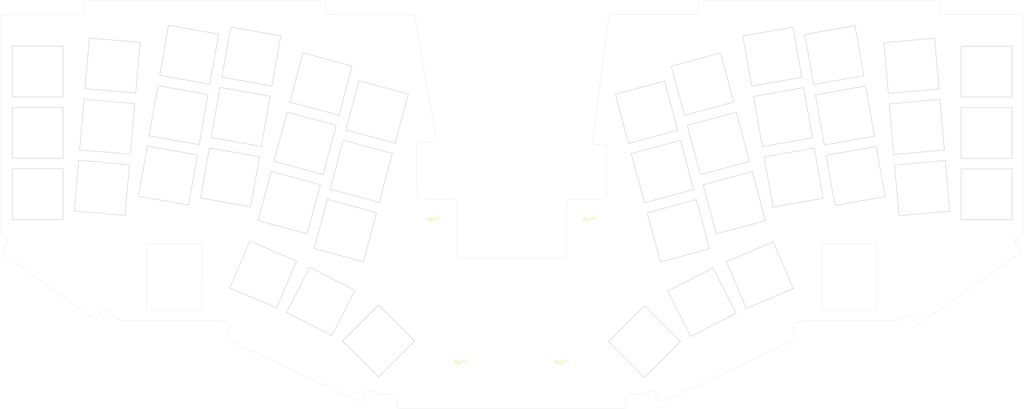
<source format=kicad_pcb>
(kicad_pcb (version 20241229) (generator "pcbnew") (generator_version "9.0")
  (layers (0 "F.Cu" signal) (2 "B.Cu" signal) (13 "F.Paste" user) (15 "B.Paste" user) (5 "F.SilkS" user "F.Silkscreen") (7 "B.SilkS" user "B.Silkscreen") (1 "F.Mask" user) (3 "B.Mask" user) (25 "Edge.Cuts" user))
  (net 0 "")
  (footprint "kicad-lib:SW_Hole_1u_17" (layer "F.Cu") (at 36.402092 64.802064 175)
    (property "Reference" "SW17" (hide yes))
    (property "Value" "SW_Push" (hide yes))
    (fp_line (start 7.025 -7.075) (end 7.025 7.025) (stroke (width 0.15)) (layer "Edge.Cuts"))
    (fp_line (start 7.025 7.025) (end -7.075 7.025) (stroke (width 0.15)) (layer "Edge.Cuts"))
    (fp_line (start -7.075 -7.075) (end 7.025 -7.075) (stroke (width 0.15)) (layer "Edge.Cuts"))
    (fp_line (start -7.075 7.025) (end -7.075 -7.075) (stroke (width 0.15)) (layer "Edge.Cuts"))
  )
  (footprint "kicad-lib:SW_Hole_1u_17" (layer "F.Cu") (at 194.63455 93.641738 -165)
    (property "Reference" "SW24" (hide yes))
    (property "Value" "SW_Push" (hide yes))
    (fp_line (start 7.025 7.025) (end -7.075 7.025) (stroke (width 0.15)) (layer "Edge.Cuts"))
    (fp_line (start 7.025 -7.075) (end 7.025 7.025) (stroke (width 0.15)) (layer "Edge.Cuts"))
    (fp_line (start -7.075 7.025) (end -7.075 -7.075) (stroke (width 0.15)) (layer "Edge.Cuts"))
    (fp_line (start -7.075 -7.075) (end 7.025 -7.075) (stroke (width 0.15)) (layer "Edge.Cuts"))
  )
  (footprint "kicad-lib:SW_Hole_1u_17" (layer "F.Cu") (at 240.796445 61.702374 -170)
    (property "Reference" "SW35" (hide yes))
    (property "Value" "SW_Push" (hide yes))
    (fp_line (start 7.025 7.025) (end -7.075 7.025) (stroke (width 0.15)) (layer "Edge.Cuts"))
    (fp_line (start 7.025 -7.075) (end 7.025 7.025) (stroke (width 0.15)) (layer "Edge.Cuts"))
    (fp_line (start -7.075 7.025) (end -7.075 -7.075) (stroke (width 0.15)) (layer "Edge.Cuts"))
    (fp_line (start -7.075 -7.075) (end 7.025 -7.075) (stroke (width 0.15)) (layer "Edge.Cuts"))
  )
  (footprint "kicad-lib:SW_Hole_1u_17" (layer "F.Cu") (at 262.182694 81.809278 -175)
    (property "Reference" "SW39" (hide yes))
    (property "Value" "SW_Push" (hide yes))
    (fp_line (start 7.025 7.025) (end -7.075 7.025) (stroke (width 0.15)) (layer "Edge.Cuts"))
    (fp_line (start 7.025 -7.075) (end 7.025 7.025) (stroke (width 0.15)) (layer "Edge.Cuts"))
    (fp_line (start -7.075 7.025) (end -7.075 -7.075) (stroke (width 0.15)) (layer "Edge.Cuts"))
    (fp_line (start -7.075 -7.075) (end 7.025 -7.075) (stroke (width 0.15)) (layer "Edge.Cuts"))
  )
  (footprint "kicad-lib:SW_Hole_1u_17" (layer "F.Cu") (at 220.659892 45.401401 -170)
    (property "Reference" "SW30" (hide yes))
    (property "Value" "SW_Push" (hide yes))
    (fp_line (start 7.025 7.025) (end -7.075 7.025) (stroke (width 0.15)) (layer "Edge.Cuts"))
    (fp_line (start 7.025 -7.075) (end 7.025 7.025) (stroke (width 0.15)) (layer "Edge.Cuts"))
    (fp_line (start -7.075 7.025) (end -7.075 -7.075) (stroke (width 0.15)) (layer "Edge.Cuts"))
    (fp_line (start -7.075 -7.075) (end 7.025 -7.075) (stroke (width 0.15)) (layer "Edge.Cuts"))
  )
  (footprint "kicad-lib:SW_Hole_1u_17" (layer "F.Cu") (at 59.159752 44.912889 -10)
    (property "Reference" "SW13" (hide yes))
    (property "Value" "SW_Push" (hide yes))
    (fp_line (start -7.075 7.025) (end -7.075 -7.075) (stroke (width 0.15)) (layer "Edge.Cuts"))
    (fp_line (start -7.075 -7.075) (end 7.025 -7.075) (stroke (width 0.15)) (layer "Edge.Cuts"))
    (fp_line (start 7.025 7.025) (end -7.075 7.025) (stroke (width 0.15)) (layer "Edge.Cuts"))
    (fp_line (start 7.025 -7.075) (end 7.025 7.025) (stroke (width 0.15)) (layer "Edge.Cuts"))
  )
  (footprint "kicad-lib:SW_Hole_1u_17" (layer "F.Cu") (at 79.629636 105.741602 157)
    (property "Reference" "SW12" (hide yes))
    (property "Value" "SW_Push" (hide yes))
    (fp_line (start 7.025 -7.075) (end 7.025 7.025) (stroke (width 0.15)) (layer "Edge.Cuts"))
    (fp_line (start 7.025 7.025) (end -7.075 7.025) (stroke (width 0.15)) (layer "Edge.Cuts"))
    (fp_line (start -7.075 -7.075) (end 7.025 -7.075) (stroke (width 0.15)) (layer "Edge.Cuts"))
    (fp_line (start -7.075 7.025) (end -7.075 -7.075) (stroke (width 0.15)) (layer "Edge.Cuts"))
  )
  (footprint "kicad-lib:SW_Hole_1u_17" (layer "F.Cu") (at 243.748464 78.444105 -170)
    (property "Reference" "SW36" (hide yes))
    (property "Value" "SW_Push" (hide yes))
    (fp_line (start 7.025 7.025) (end -7.075 7.025) (stroke (width 0.15)) (layer "Edge.Cuts"))
    (fp_line (start 7.025 -7.075) (end 7.025 7.025) (stroke (width 0.15)) (layer "Edge.Cuts"))
    (fp_line (start -7.075 7.025) (end -7.075 -7.075) (stroke (width 0.15)) (layer "Edge.Cuts"))
    (fp_line (start -7.075 -7.075) (end 7.025 -7.075) (stroke (width 0.15)) (layer "Edge.Cuts"))
  )
  (footprint "kicad-lib:SW_Hole_1u_17" (layer "F.Cu") (at 259.219399 47.938658 -175)
    (property "Reference" "SW37" (hide yes))
    (property "Value" "SW_Push" (hide yes))
    (fp_line (start 7.025 7.025) (end -7.075 7.025) (stroke (width 0.15)) (layer "Edge.Cuts"))
    (fp_line (start 7.025 -7.075) (end 7.025 7.025) (stroke (width 0.15)) (layer "Edge.Cuts"))
    (fp_line (start -7.075 7.025) (end -7.075 -7.075) (stroke (width 0.15)) (layer "Edge.Cuts"))
    (fp_line (start -7.075 -7.075) (end 7.025 -7.075) (stroke (width 0.15)) (layer "Edge.Cuts"))
  )
  (footprint "kicad-lib:SW_Hole_1u_17" (layer "F.Cu") (at 86.828443 85.828565 165)
    (property "Reference" "SW7" (hide yes))
    (property "Value" "SW_Push" (hide yes))
    (fp_line (start 7.025 -7.075) (end 7.025 7.025) (stroke (width 0.15)) (layer "Edge.Cuts"))
    (fp_line (start 7.025 7.025) (end -7.075 7.025) (stroke (width 0.15)) (layer "Edge.Cuts"))
    (fp_line (start -7.075 -7.075) (end 7.025 -7.075) (stroke (width 0.15)) (layer "Edge.Cuts"))
    (fp_line (start -7.075 7.025) (end -7.075 -7.075) (stroke (width 0.15)) (layer "Edge.Cuts"))
  )
  (footprint "kicad-lib:SW_Hole_1u_17" (layer "F.Cu") (at 280 66.55 180)
    (property "Reference" "SW41" (hide yes))
    (property "Value" "SW_Push" (hide yes))
    (fp_line (start 7.025 7.025) (end -7.075 7.025) (stroke (width 0.15)) (layer "Edge.Cuts"))
    (fp_line (start 7.025 -7.075) (end 7.025 7.025) (stroke (width 0.15)) (layer "Edge.Cuts"))
    (fp_line (start -7.075 7.025) (end -7.075 -7.075) (stroke (width 0.15)) (layer "Edge.Cuts"))
    (fp_line (start -7.075 -7.075) (end 7.025 -7.075) (stroke (width 0.15)) (layer "Edge.Cuts"))
  )
  (footprint "kicad-lib:SW_Hole_1u_17" (layer "F.Cu") (at 111.184037 60.729085 165)
    (property "Reference" "SW1" (hide yes))
    (property "Value" "SW_Push" (hide yes))
    (fp_line (start 7.025 -7.075) (end 7.025 7.025) (stroke (width 0.15)) (layer "Edge.Cuts"))
    (fp_line (start 7.025 7.025) (end -7.075 7.025) (stroke (width 0.15)) (layer "Edge.Cuts"))
    (fp_line (start -7.075 -7.075) (end 7.025 -7.075) (stroke (width 0.15)) (layer "Edge.Cuts"))
    (fp_line (start -7.075 7.025) (end -7.075 -7.075) (stroke (width 0.15)) (layer "Edge.Cuts"))
  )
  (footprint "kicad-lib:SW_Hole_1u_17" (layer "F.Cu") (at 73.392267 62.09538 170)
    (property "Reference" "SW10" (hide yes))
    (property "Value" "SW_Push" (hide yes))
    (fp_line (start 7.025 -7.075) (end 7.025 7.025) (stroke (width 0.15)) (layer "Edge.Cuts"))
    (fp_line (start 7.025 7.025) (end -7.075 7.025) (stroke (width 0.15)) (layer "Edge.Cuts"))
    (fp_line (start -7.075 -7.075) (end 7.025 -7.075) (stroke (width 0.15)) (layer "Edge.Cuts"))
    (fp_line (start -7.075 7.025) (end -7.075 -7.075) (stroke (width 0.15)) (layer "Edge.Cuts"))
  )
  (footprint "kicad-lib:SW_Hole_1u_17" (layer "F.Cu") (at 185.242242 124.358398 -135)
    (property "Reference" "SW25" (hide yes))
    (property "Value" "SW_Push" (hide yes))
    (fp_line (start 7.025 7.025) (end -7.075 7.025001) (stroke (width 0.15)) (layer "Edge.Cuts"))
    (fp_line (start -7.075 7.025001) (end -7.075 -7.075) (stroke (width 0.15)) (layer "Edge.Cuts"))
    (fp_line (start 7.025001 -7.075) (end 7.025 7.025) (stroke (width 0.15)) (layer "Edge.Cuts"))
    (fp_line (start -7.075 -7.075) (end 7.025001 -7.075) (stroke (width 0.15)) (layer "Edge.Cuts"))
  )
  (footprint "kicad-lib:SW_Hole_1u_17" (layer "F.Cu") (at 102.38419 93.570563 165)
    (property "Reference" "SW3" (hide yes))
    (property "Value" "SW_Push" (hide yes))
    (fp_line (start 7.025 -7.075) (end 7.025 7.025) (stroke (width 0.15)) (layer "Edge.Cuts"))
    (fp_line (start 7.025 7.025) (end -7.075 7.025) (stroke (width 0.15)) (layer "Edge.Cuts"))
    (fp_line (start -7.075 -7.075) (end 7.025 -7.075) (stroke (width 0.15)) (layer "Edge.Cuts"))
    (fp_line (start -7.075 7.025) (end -7.075 -7.075) (stroke (width 0.15)) (layer "Edge.Cuts"))
  )
  (footprint "kicad-lib:SW_Hole_1u_17" (layer "F.Cu") (at 17.2 83.55)
    (property "Reference" "SW21" (hide yes))
    (property "Value" "SW_Push" (hide yes))
    (fp_line (start -7.075 -7.075) (end 7.025 -7.075) (stroke (width 0.15)) (layer "Edge.Cuts"))
    (fp_line (start -7.075 7.025) (end -7.075 -7.075) (stroke (width 0.15)) (layer "Edge.Cuts"))
    (fp_line (start 7.025 -7.075) (end 7.025 7.025) (stroke (width 0.15)) (layer "Edge.Cuts"))
    (fp_line (start 7.025 7.025) (end -7.075 7.025) (stroke (width 0.15)) (layer "Edge.Cuts"))
  )
  (footprint "kicad-lib:SW_Hole_1u_17" (layer "F.Cu") (at 106.784115 77.149824 165)
    (property "Reference" "SW2" (hide yes))
    (property "Value" "SW_Push" (hide yes))
    (fp_line (start 7.025 -7.075) (end 7.025 7.025) (stroke (width 0.15)) (layer "Edge.Cuts"))
    (fp_line (start 7.025 7.025) (end -7.075 7.025) (stroke (width 0.15)) (layer "Edge.Cuts"))
    (fp_line (start -7.075 -7.075) (end 7.025 -7.075) (stroke (width 0.15)) (layer "Edge.Cuts"))
    (fp_line (start -7.075 7.025) (end -7.075 -7.075) (stroke (width 0.15)) (layer "Edge.Cuts"))
  )
  (footprint "kicad-lib:SW_Hole_1u_17" (layer "F.Cu") (at 210.190297 85.89974 15)
    (property "Reference" "SW28" (hide yes))
    (property "Value" "SW_Push" (hide yes))
    (fp_line (start -7.075 -7.075) (end 7.025 -7.075) (stroke (width 0.15)) (layer "Edge.Cuts"))
    (fp_line (start -7.075 7.025) (end -7.075 -7.075) (stroke (width 0.15)) (layer "Edge.Cuts"))
    (fp_line (start 7.025 -7.075) (end 7.025 7.025) (stroke (width 0.15)) (layer "Edge.Cuts"))
    (fp_line (start 7.025 7.025) (end -7.075 7.025) (stroke (width 0.15)) (layer "Edge.Cuts"))
  )
  (footprint "MountingHole:MountingHole_3.2mm_M3" (layer "F.Cu") (at 126.9 94.75)
    (property "Reference" "Ref**" (at 0 -4.2 0) (layer "F.SilkS"))
    (property "Value" "Val**")
    (pad "" np_thru_hole circle (at 0 0) (size 3.2 3.2) (drill 3.2) (layers "*.Cu" "*.Mask"))
  )
  (footprint "kicad-lib:SW_Hole_1u_17" (layer "F.Cu") (at 226.56393 78.884865 -170)
    (property "Reference" "SW32" (hide yes))
    (property "Value" "SW_Push" (hide yes))
    (fp_line (start 7.025 7.025) (end -7.075 7.025) (stroke (width 0.15)) (layer "Edge.Cuts"))
    (fp_line (start 7.025 -7.075) (end 7.025 7.025) (stroke (width 0.15)) (layer "Edge.Cuts"))
    (fp_line (start -7.075 7.025) (end -7.075 -7.075) (stroke (width 0.15)) (layer "Edge.Cuts"))
    (fp_line (start -7.075 -7.075) (end 7.025 -7.075) (stroke (width 0.15)) (layer "Edge.Cuts"))
  )
  (footprint "kicad-lib:SW_Hole_1u_17" (layer "F.Cu") (at 70.440248 78.837111 170)
    (property "Reference" "SW11" (hide yes))
    (property "Value" "SW_Push" (hide yes))
    (fp_line (start 7.025 -7.075) (end 7.025 7.025) (stroke (width 0.15)) (layer "Edge.Cuts"))
    (fp_line (start 7.025 7.025) (end -7.075 7.025) (stroke (width 0.15)) (layer "Edge.Cuts"))
    (fp_line (start -7.075 -7.075) (end 7.025 -7.075) (stroke (width 0.15)) (layer "Edge.Cuts"))
    (fp_line (start -7.075 7.025) (end -7.075 -7.075) (stroke (width 0.15)) (layer "Edge.Cuts"))
  )
  (footprint "kicad-lib:SW_Hole_1u_17" (layer "F.Cu") (at 17.2 49.55)
    (property "Reference" "SW19" (hide yes))
    (property "Value" "SW_Push" (hide yes))
    (fp_line (start -7.075 -7.075) (end 7.025 -7.075) (stroke (width 0.15)) (layer "Edge.Cuts"))
    (fp_line (start -7.075 7.025) (end -7.075 -7.075) (stroke (width 0.15)) (layer "Edge.Cuts"))
    (fp_line (start 7.025 -7.075) (end 7.025 7.025) (stroke (width 0.15)) (layer "Edge.Cuts"))
    (fp_line (start 7.025 7.025) (end -7.075 7.025) (stroke (width 0.15)) (layer "Edge.Cuts"))
  )
  (footprint "kicad-lib:SW_Hole_1u_17" (layer "F.Cu") (at 91.228367 69.407826 165)
    (property "Reference" "SW6" (hide yes))
    (property "Value" "SW_Push" (hide yes))
    (fp_line (start 7.025 -7.075) (end 7.025 7.025) (stroke (width 0.15)) (layer "Edge.Cuts"))
    (fp_line (start 7.025 7.025) (end -7.075 7.025) (stroke (width 0.15)) (layer "Edge.Cuts"))
    (fp_line (start -7.075 -7.075) (end 7.025 -7.075) (stroke (width 0.15)) (layer "Edge.Cuts"))
    (fp_line (start -7.075 7.025) (end -7.075 -7.075) (stroke (width 0.15)) (layer "Edge.Cuts"))
  )
  (footprint "kicad-lib:SW_Hole_1u_17" (layer "F.Cu") (at 95.628292 52.987087 165)
    (property "Reference" "SW5" (hide yes))
    (property "Value" "SW_Push" (hide yes))
    (fp_line (start 7.025 -7.075) (end 7.025 7.025) (stroke (width 0.15)) (layer "Edge.Cuts"))
    (fp_line (start 7.025 7.025) (end -7.075 7.025) (stroke (width 0.15)) (layer "Edge.Cuts"))
    (fp_line (start -7.075 -7.075) (end 7.025 -7.075) (stroke (width 0.15)) (layer "Edge.Cuts"))
    (fp_line (start -7.075 7.025) (end -7.075 -7.075) (stroke (width 0.15)) (layer "Edge.Cuts"))
  )
  (footprint "kicad-lib:SW_Hole_1u_17" (layer "F.Cu") (at 237.844426 44.960642 -170)
    (property "Reference" "SW34" (hide yes))
    (property "Value" "SW_Push" (hide yes))
    (fp_line (start 7.025 7.025) (end -7.075 7.025) (stroke (width 0.15)) (layer "Edge.Cuts"))
    (fp_line (start 7.025 -7.075) (end 7.025 7.025) (stroke (width 0.15)) (layer "Edge.Cuts"))
    (fp_line (start -7.075 7.025) (end -7.075 -7.075) (stroke (width 0.15)) (layer "Edge.Cuts"))
    (fp_line (start -7.075 -7.075) (end 7.025 -7.075) (stroke (width 0.15)) (layer "Edge.Cuts"))
  )
  (footprint "MountingHole:MountingHole_3.2mm_M3" (layer "F.Cu") (at 134.5 134.35)
    (property "Reference" "Ref**" (at 0 -4.2 0) (layer "F.SilkS"))
    (property "Value" "Val**")
    (pad "" np_thru_hole circle (at 0 0) (size 3.2 3.2) (drill 3.2) (layers "*.Cu" "*.Mask"))
  )
  (footprint "kicad-lib:SW_Hole_1u_17" (layer "F.Cu") (at 34.920446 81.737374 175)
    (property "Reference" "SW18" (hide yes))
    (property "Value" "SW_Push" (hide yes))
    (fp_line (start 7.025 -7.075) (end 7.025 7.025) (stroke (width 0.15)) (layer "Edge.Cuts"))
    (fp_line (start 7.025 7.025) (end -7.075 7.025) (stroke (width 0.15)) (layer "Edge.Cuts"))
    (fp_line (start -7.075 -7.075) (end 7.025 -7.075) (stroke (width 0.15)) (layer "Edge.Cuts"))
    (fp_line (start -7.075 7.025) (end -7.075 -7.075) (stroke (width 0.15)) (layer "Edge.Cuts"))
  )
  (footprint "kicad-lib:SW_Hole_1u_17" (layer "F.Cu") (at 17.2 66.55)
    (property "Reference" "SW20" (hide yes))
    (property "Value" "SW_Push" (hide yes))
    (fp_line (start -7.075 -7.075) (end 7.025 -7.075) (stroke (width 0.15)) (layer "Edge.Cuts"))
    (fp_line (start -7.075 7.025) (end -7.075 -7.075) (stroke (width 0.15)) (layer "Edge.Cuts"))
    (fp_line (start 7.025 -7.075) (end 7.025 7.025) (stroke (width 0.15)) (layer "Edge.Cuts"))
    (fp_line (start 7.025 7.025) (end -7.075 7.025) (stroke (width 0.15)) (layer "Edge.Cuts"))
  )
  (footprint "kicad-lib:SW_Hole_1u_17" (layer "F.Cu") (at 201.39045 53.058262 15)
    (property "Reference" "SW26" (hide yes))
    (property "Value" "SW_Push" (hide yes))
    (fp_line (start -7.075 -7.075) (end 7.025 -7.075) (stroke (width 0.15)) (layer "Edge.Cuts"))
    (fp_line (start -7.075 7.025) (end -7.075 -7.075) (stroke (width 0.15)) (layer "Edge.Cuts"))
    (fp_line (start 7.025 -7.075) (end 7.025 7.025) (stroke (width 0.15)) (layer "Edge.Cuts"))
    (fp_line (start 7.025 7.025) (end -7.075 7.025) (stroke (width 0.15)) (layer "Edge.Cuts"))
  )
  (footprint "kicad-lib:SW_Hole_1u_17" (layer "F.Cu") (at 223.611911 62.143133 -170)
    (property "Reference" "SW31" (hide yes))
    (property "Value" "SW_Push" (hide yes))
    (fp_line (start 7.025 7.025) (end -7.075 7.025) (stroke (width 0.15)) (layer "Edge.Cuts"))
    (fp_line (start 7.025 -7.075) (end 7.025 7.025) (stroke (width 0.15)) (layer "Edge.Cuts"))
    (fp_line (start -7.075 7.025) (end -7.075 -7.075) (stroke (width 0.15)) (layer "Edge.Cuts"))
    (fp_line (start -7.075 -7.075) (end 7.025 -7.075) (stroke (width 0.15)) (layer "Edge.Cuts"))
  )
  (footprint "MountingHole:MountingHole_3.2mm_M3" (layer "F.Cu") (at 170.1 94.75)
    (property "Reference" "Ref**" (at 0 -4.2 0) (layer "F.SilkS"))
    (property "Value" "Val**")
    (pad "" np_thru_hole circle (at 0 0) (size 3.2 3.2) (drill 3.2) (layers "*.Cu" "*.Mask"))
  )
  (footprint "kicad-lib:SW_Hole_1u_17" (layer "F.Cu") (at 260.701046 64.873968 -175)
    (property "Reference" "SW38" (hide yes))
    (property "Value" "SW_Push" (hide yes))
    (fp_line (start 7.025 7.025) (end -7.075 7.025) (stroke (width 0.15)) (layer "Edge.Cuts"))
    (fp_line (start 7.025 -7.075) (end 7.025 7.025) (stroke (width 0.15)) (layer "Edge.Cuts"))
    (fp_line (start -7.075 7.025) (end -7.075 -7.075) (stroke (width 0.15)) (layer "Edge.Cuts"))
    (fp_line (start -7.075 -7.075) (end 7.025 -7.075) (stroke (width 0.15)) (layer "Edge.Cuts"))
  )
  (footprint "kicad-lib:SW_Hole_1u_17" (layer "F.Cu") (at 185.834703 60.80026 -165)
    (property "Reference" "SW22" (hide yes))
    (property "Value" "SW_Push" (hide yes))
    (fp_line (start 7.025 7.025) (end -7.075 7.025) (stroke (width 0.15)) (layer "Edge.Cuts"))
    (fp_line (start 7.025 -7.075) (end 7.025 7.025) (stroke (width 0.15)) (layer "Edge.Cuts"))
    (fp_line (start -7.075 7.025) (end -7.075 -7.075) (stroke (width 0.15)) (layer "Edge.Cuts"))
    (fp_line (start -7.075 -7.075) (end 7.025 -7.075) (stroke (width 0.15)) (layer "Edge.Cuts"))
  )
  (footprint "kicad-lib:SW_Hole_1u_17" (layer "F.Cu") (at 201.217017 113.444056 27)
    (property "Reference" "SW29" (hide yes))
    (property "Value" "SW_Push" (hide yes))
    (fp_line (start -7.075 -7.075) (end 7.025 -7.075) (stroke (width 0.15)) (layer "Edge.Cuts"))
    (fp_line (start -7.075 7.025) (end -7.075 -7.075) (stroke (width 0.15)) (layer "Edge.Cuts"))
    (fp_line (start 7.025 -7.075) (end 7.025 7.025) (stroke (width 0.15)) (layer "Edge.Cuts"))
    (fp_line (start 7.025 7.025) (end -7.075 7.025) (stroke (width 0.15)) (layer "Edge.Cuts"))
  )
  (footprint "kicad-lib:SW_Hole_1u_17" (layer "F.Cu") (at 111.579185 124.170287 135)
    (property "Reference" "SW4" (hide yes))
    (property "Value" "SW_Push" (hide yes))
    (fp_line (start 7.025001 -7.075) (end 7.025 7.025) (stroke (width 0.15)) (layer "Edge.Cuts"))
    (fp_line (start 7.025 7.025) (end -7.075 7.025001) (stroke (width 0.15)) (layer "Edge.Cuts"))
    (fp_line (start -7.075 -7.075) (end 7.025001 -7.075) (stroke (width 0.15)) (layer "Edge.Cuts"))
    (fp_line (start -7.075 7.025001) (end -7.075 -7.075) (stroke (width 0.15)) (layer "Edge.Cuts"))
  )
  (footprint "MountingHole:MountingHole_3.2mm_M3" (layer "F.Cu") (at 162.5 134.35)
    (property "Reference" "Ref**" (at 0 -4.2 0) (layer "F.SilkS"))
    (property "Value" "Val**")
    (pad "" np_thru_hole circle (at 0 0) (size 3.2 3.2) (drill 3.2) (layers "*.Cu" "*.Mask"))
  )
  (footprint "kicad-lib:SW_Hole_1u_17" (layer "F.Cu") (at 37.88374 47.866754 175)
    (property "Reference" "SW16" (hide yes))
    (property "Value" "SW_Push" (hide yes))
    (fp_line (start 7.025 -7.075) (end 7.025 7.025) (stroke (width 0.15)) (layer "Edge.Cuts"))
    (fp_line (start 7.025 7.025) (end -7.075 7.025) (stroke (width 0.15)) (layer "Edge.Cuts"))
    (fp_line (start -7.075 -7.075) (end 7.025 -7.075) (stroke (width 0.15)) (layer "Edge.Cuts"))
    (fp_line (start -7.075 7.025) (end -7.075 -7.075) (stroke (width 0.15)) (layer "Edge.Cuts"))
  )
  (footprint "kicad-lib:SW_Hole_1u_17" (layer "F.Cu") (at 53.255714 78.396352 -10)
    (property "Reference" "SW15" (hide yes))
    (property "Value" "SW_Push" (hide yes))
    (fp_line (start -7.075 7.025) (end -7.075 -7.075) (stroke (width 0.15)) (layer "Edge.Cuts"))
    (fp_line (start -7.075 -7.075) (end 7.025 -7.075) (stroke (width 0.15)) (layer "Edge.Cuts"))
    (fp_line (start 7.025 7.025) (end -7.075 7.025) (stroke (width 0.15)) (layer "Edge.Cuts"))
    (fp_line (start 7.025 -7.075) (end 7.025 7.025) (stroke (width 0.15)) (layer "Edge.Cuts"))
  )
  (footprint "kicad-lib:SW_Hole_1u_17" (layer "F.Cu") (at 280 83.55 180)
    (property "Reference" "SW42" (hide yes))
    (property "Value" "SW_Push" (hide yes))
    (fp_line (start 7.025 7.025) (end -7.075 7.025) (stroke (width 0.15)) (layer "Edge.Cuts"))
    (fp_line (start 7.025 -7.075) (end 7.025 7.025) (stroke (width 0.15)) (layer "Edge.Cuts"))
    (fp_line (start -7.075 7.025) (end -7.075 -7.075) (stroke (width 0.15)) (layer "Edge.Cuts"))
    (fp_line (start -7.075 -7.075) (end 7.025 -7.075) (stroke (width 0.15)) (layer "Edge.Cuts"))
  )
  (footprint "kicad-lib:SW_Hole_1u_17" (layer "F.Cu") (at 95.604411 113.255944 -27)
    (property "Reference" "SW8" (hide yes))
    (property "Value" "SW_Push" (hide yes))
    (fp_line (start -7.075 7.025) (end -7.075 -7.075) (stroke (width 0.15)) (layer "Edge.Cuts"))
    (fp_line (start -7.075 -7.075) (end 7.025 -7.075) (stroke (width 0.15)) (layer "Edge.Cuts"))
    (fp_line (start 7.025 7.025) (end -7.075 7.025) (stroke (width 0.15)) (layer "Edge.Cuts"))
    (fp_line (start 7.025 -7.075) (end 7.025 7.025) (stroke (width 0.15)) (layer "Edge.Cuts"))
  )
  (footprint "kicad-lib:SW_Hole_1u_17" (layer "F.Cu") (at 205.790373 69.479001 15)
    (property "Reference" "SW27" (hide yes))
    (property "Value" "SW_Push" (hide yes))
    (fp_line (start -7.075 -7.075) (end 7.025 -7.075) (stroke (width 0.15)) (layer "Edge.Cuts"))
    (fp_line (start -7.075 7.025) (end -7.075 -7.075) (stroke (width 0.15)) (layer "Edge.Cuts"))
    (fp_line (start 7.025 -7.075) (end 7.025 7.025) (stroke (width 0.15)) (layer "Edge.Cuts"))
    (fp_line (start 7.025 7.025) (end -7.075 7.025) (stroke (width 0.15)) (layer "Edge.Cuts"))
  )
  (footprint "kicad-lib:SW_Hole_1u_17" (layer "F.Cu") (at 280 49.55 180)
    (property "Reference" "SW40" (hide yes))
    (property "Value" "SW_Push" (hide yes))
    (fp_line (start 7.025 7.025) (end -7.075 7.025) (stroke (width 0.15)) (layer "Edge.Cuts"))
    (fp_line (start 7.025 -7.075) (end 7.025 7.025) (stroke (width 0.15)) (layer "Edge.Cuts"))
    (fp_line (start -7.075 7.025) (end -7.075 -7.075) (stroke (width 0.15)) (layer "Edge.Cuts"))
    (fp_line (start -7.075 -7.075) (end 7.025 -7.075) (stroke (width 0.15)) (layer "Edge.Cuts"))
  )
  (footprint "kicad-lib:SW_Hole_1u_17" (layer "F.Cu") (at 190.234627 77.220999 -165)
    (property "Reference" "SW23" (hide yes))
    (property "Value" "SW_Push" (hide yes))
    (fp_line (start 7.025 7.025) (end -7.075 7.025) (stroke (width 0.15)) (layer "Edge.Cuts"))
    (fp_line (start 7.025 -7.075) (end 7.025 7.025) (stroke (width 0.15)) (layer "Edge.Cuts"))
    (fp_line (start -7.075 7.025) (end -7.075 -7.075) (stroke (width 0.15)) (layer "Edge.Cuts"))
    (fp_line (start -7.075 -7.075) (end 7.025 -7.075) (stroke (width 0.15)) (layer "Edge.Cuts"))
  )
  (footprint "kicad-lib:SW_Hole_1u_17" (layer "F.Cu") (at 76.344286 45.353648 170)
    (property "Reference" "SW9" (hide yes))
    (property "Value" "SW_Push" (hide yes))
    (fp_line (start 7.025 -7.075) (end 7.025 7.025) (stroke (width 0.15)) (layer "Edge.Cuts"))
    (fp_line (start 7.025 7.025) (end -7.075 7.025) (stroke (width 0.15)) (layer "Edge.Cuts"))
    (fp_line (start -7.075 -7.075) (end 7.025 -7.075) (stroke (width 0.15)) (layer "Edge.Cuts"))
    (fp_line (start -7.075 7.025) (end -7.075 -7.075) (stroke (width 0.15)) (layer "Edge.Cuts"))
  )
  (footprint "kicad-lib:SW_Hole_1u_17" (layer "F.Cu") (at 217.191791 105.929713 -157)
    (property "Reference" "SW33" (hide yes))
    (property "Value" "SW_Push" (hide yes))
    (fp_line (start 7.025 7.025) (end -7.075 7.025) (stroke (width 0.15)) (layer "Edge.Cuts"))
    (fp_line (start 7.025 -7.075) (end 7.025 7.025) (stroke (width 0.15)) (layer "Edge.Cuts"))
    (fp_line (start -7.075 7.025) (end -7.075 -7.075) (stroke (width 0.15)) (layer "Edge.Cuts"))
    (fp_line (start -7.075 -7.075) (end 7.025 -7.075) (stroke (width 0.15)) (layer "Edge.Cuts"))
  )
  (footprint "kicad-lib:SW_Hole_1u_17" (layer "F.Cu") (at 56.207733 61.65462 -10)
    (property "Reference" "SW14" (hide yes))
    (property "Value" "SW_Push" (hide yes))
    (fp_line (start -7.075 7.025) (end -7.075 -7.075) (stroke (width 0.15)) (layer "Edge.Cuts"))
    (fp_line (start -7.075 -7.075) (end 7.025 -7.075) (stroke (width 0.15)) (layer "Edge.Cuts"))
    (fp_line (start 7.025 7.025) (end -7.075 7.025) (stroke (width 0.15)) (layer "Edge.Cuts"))
    (fp_line (start 7.025 -7.075) (end 7.025 7.025) (stroke (width 0.15)) (layer "Edge.Cuts"))
  )
  (gr_arc (start 67.651753 118.5) (mid 67.869635 118.524024) (end 68.07705 118.594946) (stroke (width 0.05)) (layer "Edge.Cuts"))
  (gr_line (start 122.103195 70.153185) (end 122.146832 83.855518) (stroke (width 0.05)) (layer "Edge.Cuts"))
  (gr_line (start 47.4 115.75) (end 62.6 115.75) (stroke (width 0.05)) (layer "Edge.Cuts"))
  (gr_arc (start 185.451632 138.905521) (mid 185.244677 138.976094) (end 185.027331 139) (stroke (width 0.05)) (layer "Edge.Cuts"))
  (gr_arc (start 7.16808 94.798794) (mid 6.861812 94.442765) (end 6.751935 93.986176) (stroke (width 0.05)) (layer "Edge.Cuts"))
  (gr_line (start 126.512946 69.15) (end 123.10319 69.15) (stroke (width 0.05)) (layer "Edge.Cuts"))
  (gr_line (start 228.798368 118.594479) (end 226.948614 119.461221) (stroke (width 0.05)) (layer "Edge.Cuts"))
  (gr_line (start 39.863386 118.311858) (end 36.206484 115.681971) (stroke (width 0.05)) (layer "Edge.Cuts"))
  (gr_arc (start 289.23449 98.727118) (mid 289.400126 99.474459) (end 288.988721 100.119982) (stroke (width 0.05)) (layer "Edge.Cuts"))
  (gr_arc (start 30 30.299627) (mid 30.146305 29.946188) (end 30.499627 29.799627) (stroke (width 0.05)) (layer "Edge.Cuts"))
  (gr_arc (start 34.79058 115.939129) (mid 35.443926 115.509934) (end 36.206484 115.681971) (stroke (width 0.05)) (layer "Edge.Cuts"))
  (gr_line (start 170.897457 68.620543) (end 175.336346 34.620543) (stroke (width 0.05)) (layer "Edge.Cuts"))
  (gr_arc (start 180.05 142) (mid 179.757107 142.707107) (end 179.05 143) (stroke (width 0.05)) (layer "Edge.Cuts"))
  (gr_line (start 30 33.249998) (end 30 30.299627) (stroke (width 0.05)) (layer "Edge.Cuts"))
  (gr_line (start 108.15954 138.533272) (end 107.304158 140.345438) (stroke (width 0.05)) (layer "Edge.Cuts"))
  (gr_arc (start 228.798368 118.594479) (mid 229.005322 118.523899) (end 229.222669 118.5) (stroke (width 0.05)) (layer "Edge.Cuts"))
  (gr_line (start 288.087608 97.089202) (end 289.23449 98.727118) (stroke (width 0.05)) (layer "Edge.Cuts"))
  (gr_line (start 173.85 69.75) (end 171.889042 69.75) (stroke (width 0.05)) (layer "Edge.Cuts"))
  (gr_line (start 288.988721 100.119982) (end 261.601842 119.286845) (stroke (width 0.05)) (layer "Edge.Cuts"))
  (gr_arc (start 174.85 83.9) (mid 174.557107 84.607107) (end 173.85 84.9) (stroke (width 0.05)) (layer "Edge.Cuts"))
  (gr_line (start 97 30.250373) (end 97 33.249981) (stroke (width 0.05)) (layer "Edge.Cuts"))
  (gr_line (start 199.7 33.75) (end 176.327931 33.75) (stroke (width 0.05)) (layer "Edge.Cuts"))
  (gr_line (start 163.75 85.9) (end 163.75 100.3) (stroke (width 0.05)) (layer "Edge.Cuts"))
  (gr_line (start 7.724035 100.127756) (end 32.299376 117.80887) (stroke (width 0.05)) (layer "Edge.Cuts"))
  (gr_line (start 289.4 33.75) (end 287.55 33.75) (stroke (width 0.05)) (layer "Edge.Cuts"))
  (gr_arc (start 6.796939 34.747728) (mid 7.090109 34.041132) (end 7.796944 33.748488) (stroke (width 0.05)) (layer "Edge.Cuts"))
  (gr_line (start 234.4 115.75) (end 249.6 115.75) (stroke (width 0.05)) (layer "Edge.Cuts"))
  (gr_arc (start 30 33.249998) (mid 29.853552 33.603552) (end 29.499997 33.749998) (stroke (width 0.05)) (layer "Edge.Cuts"))
  (gr_line (start 121.743051 34.579285) (end 127.498422 67.980186) (stroke (width 0.05)) (layer "Edge.Cuts"))
  (gr_line (start 62.6 115.75) (end 62.550135 97.25) (stroke (width 0.05)) (layer "Edge.Cuts"))
  (gr_line (start 259.061883 117.402444) (end 260.209307 119.041135) (stroke (width 0.05)) (layer "Edge.Cuts"))
  (gr_arc (start 96.499627 29.750373) (mid 96.853422 29.896688) (end 97 30.250373) (stroke (width 0.05)) (layer "Edge.Cuts"))
  (gr_line (start 132.254717 84.895305) (end 123.14211 84.852322) (stroke (width 0.05)) (layer "Edge.Cuts"))
  (gr_line (start 173.85 84.9) (end 164.75 84.9) (stroke (width 0.05)) (layer "Edge.Cuts"))
  (gr_line (start 111.29795 138.905054) (end 109.489155 138.055076) (stroke (width 0.05)) (layer "Edge.Cuts"))
  (gr_line (start 134.25 101.3) (end 162.75 101.3) (stroke (width 0.05)) (layer "Edge.Cuts"))
  (gr_arc (start 256.008214 118.319287) (mid 255.735427 118.45376) (end 255.434831 118.5) (stroke (width 0.05)) (layer "Edge.Cuts"))
  (gr_line (start 115.7 139) (end 111.723247 139) (stroke (width 0.05)) (layer "Edge.Cuts"))
  (gr_arc (start 108.15954 138.533272) (mid 108.725431 138.019138) (end 109.489155 138.055076) (stroke (width 0.05)) (layer "Edge.Cuts"))
  (gr_arc (start 257.669348 117.156733) (mid 258.416482 116.991251) (end 259.061883 117.402444) (stroke (width 0.05)) (layer "Edge.Cuts"))
  (gr_arc (start 127.498422 67.980186) (mid 127.277739 68.794292) (end 126.512946 69.15) (stroke (width 0.05)) (layer "Edge.Cuts"))
  (gr_line (start 7.796944 33.748488) (end 9.7 33.74862) (stroke (width 0.05)) (layer "Edge.Cuts"))
  (gr_arc (start 266.700373 29.799627) (mid 267.053685 29.946205) (end 267.2 30.299627) (stroke (width 0.05)) (layer "Edge.Cuts"))
  (gr_line (start 70.364564 120.775376) (end 69.513442 122.584103) (stroke (width 0.05)) (layer "Edge.Cuts"))
  (gr_line (start 257.669348 117.156733) (end 256.008214 118.319287) (stroke (width 0.05)) (layer "Edge.Cuts"))
  (gr_arc (start 267.7 33.75) (mid 267.346447 33.603553) (end 267.2 33.25) (stroke (width 0.05)) (layer "Edge.Cuts"))
  (gr_arc (start 227.31584 122.602283) (mid 227.350591 123.366816) (end 226.834572 123.932004) (stroke (width 0.05)) (layer "Edge.Cuts"))
  (gr_arc (start 288.087608 97.089202) (mid 287.921962 96.34185) (end 288.333377 95.696338) (stroke (width 0.05)) (layer "Edge.Cuts"))
  (gr_line (start 290.4 34.75) (end 290.4 93.729283) (stroke (width 0.05)) (layer "Edge.Cuts"))
  (gr_arc (start 8.378563 95.669322) (mid 8.778629 96.302574) (end 8.626656 97.036035) (stroke (width 0.05)) (layer "Edge.Cuts"))
  (gr_arc (start 7.724035 100.127756) (mid 7.324116 99.494523) (end 7.476107 98.761161) (stroke (width 0.05)) (layer "Edge.Cuts"))
  (gr_line (start 33.715445 117.55183) (end 34.79058 115.939129) (stroke (width 0.05)) (layer "Edge.Cuts"))
  (gr_line (start 174.85 83.9) (end 174.85 70.75) (stroke (width 0.05)) (layer "Edge.Cuts"))
  (gr_arc (start 69.992922 123.914918) (mid 69.477493 123.348849) (end 69.513429 122.584103) (stroke (width 0.05)) (layer "Edge.Cuts"))
  (gr_arc (start 120.757579 33.749094) (mid 121.401855 33.984305) (end 121.743051 34.579285) (stroke (width 0.05)) (layer "Edge.Cuts"))
  (gr_arc (start 97.500019 33.749981) (mid 97.14646 33.60354) (end 97 33.249981) (stroke (width 0.05)) (layer "Edge.Cuts"))
  (gr_line (start 185.027331 139) (end 181.05 139) (stroke (width 0.05)) (layer "Edge.Cuts"))
  (gr_arc (start 69.885034 119.444543) (mid 70.400528 120.010608) (end 70.364564 120.775376) (stroke (width 0.05)) (layer "Edge.Cuts"))
  (gr_line (start 267.2 33.25) (end 267.2 30.299627) (stroke (width 0.05)) (layer "Edge.Cuts"))
  (gr_arc (start 173.85 69.75) (mid 174.557107 70.042893) (end 174.85 70.75) (stroke (width 0.05)) (layer "Edge.Cuts"))
  (gr_line (start 7.16808 94.798794) (end 8.378563 95.669322) (stroke (width 0.05)) (layer "Edge.Cuts"))
  (gr_arc (start 134.25 101.3) (mid 133.542893 101.007107) (end 133.25 100.3) (stroke (width 0.05)) (layer "Edge.Cuts"))
  (gr_line (start 188.570844 138.548407) (end 189.419148 140.359342) (stroke (width 0.05)) (layer "Edge.Cuts"))
  (gr_arc (start 190.749018 140.840663) (mid 189.98439 140.875449) (end 189.419148 140.359342) (stroke (width 0.05)) (layer "Edge.Cuts"))
  (gr_arc (start 187.240974 138.067086) (mid 188.005614 138.032284) (end 188.570844 138.548407) (stroke (width 0.05)) (layer "Edge.Cuts"))
  (gr_arc (start 111.723247 139) (mid 111.505361 138.975985) (end 111.29795 138.905054) (stroke (width 0.05)) (layer "Edge.Cuts"))
  (gr_line (start 187.240974 138.067086) (end 185.451632 138.905521) (stroke (width 0.05)) (layer "Edge.Cuts"))
  (gr_arc (start 115.7 139) (mid 116.407107 139.292893) (end 116.7 140) (stroke (width 0.05)) (layer "Edge.Cuts"))
  (gr_line (start 180.05 140) (end 180.05 142) (stroke (width 0.05)) (layer "Edge.Cuts"))
  (gr_line (start 116.7 140) (end 116.7 142) (stroke (width 0.05)) (layer "Edge.Cuts"))
  (gr_arc (start 200.2 33.25) (mid 200.053553 33.603553) (end 199.7 33.75) (stroke (width 0.05)) (layer "Edge.Cuts"))
  (gr_line (start 266.700373 29.799627) (end 200.700373 29.750373) (stroke (width 0.05)) (layer "Edge.Cuts"))
  (gr_line (start 69.885034 119.444543) (end 68.07705 118.594946) (stroke (width 0.05)) (layer "Edge.Cuts"))
  (gr_line (start 234.4 97.25) (end 234.4 115.75) (stroke (width 0.05)) (layer "Edge.Cuts"))
  (gr_arc (start 290.4 93.729283) (mid 290.286963 94.191141) (end 289.973383 94.54857) (stroke (width 0.05)) (layer "Edge.Cuts"))
  (gr_arc (start 107.304158 140.345438) (mid 106.738301 140.860456) (end 105.973997 140.824696) (stroke (width 0.05)) (layer "Edge.Cuts"))
  (gr_arc (start 163.75 100.3) (mid 163.457107 101.007107) (end 162.75 101.3) (stroke (width 0.05)) (layer "Edge.Cuts"))
  (gr_line (start 9.7 33.74862) (end 29.499997 33.749998) (stroke (width 0.05)) (layer "Edge.Cuts"))
  (gr_line (start 287.55 33.75) (end 267.7 33.75) (stroke (width 0.05)) (layer "Edge.Cuts"))
  (gr_arc (start 40.44724 118.5) (mid 40.140525 118.451814) (end 39.863386 118.311858) (stroke (width 0.05)) (layer "Edge.Cuts"))
  (gr_arc (start 33.715445 117.55183) (mid 33.061993 117.981052) (end 32.299376 117.80887) (stroke (width 0.05)) (layer "Edge.Cuts"))
  (gr_arc (start 200.2 30.250373) (mid 200.346579 29.896688) (end 200.700373 29.750373) (stroke (width 0.05)) (layer "Edge.Cuts"))
  (gr_line (start 255.434831 118.5) (end 229.222669 118.5) (stroke (width 0.05)) (layer "Edge.Cuts"))
  (gr_line (start 6.796939 34.747728) (end 6.751935 93.986176) (stroke (width 0.05)) (layer "Edge.Cuts"))
  (gr_arc (start 180.05 140) (mid 180.342893 139.292893) (end 181.05 139) (stroke (width 0.05)) (layer "Edge.Cuts"))
  (gr_line (start 105.973997 140.824696) (end 69.992922 123.914918) (stroke (width 0.05)) (layer "Edge.Cuts"))
  (gr_arc (start 175.336346 34.620543) (mid 175.668182 33.998527) (end 176.327931 33.75) (stroke (width 0.05)) (layer "Edge.Cuts"))
  (gr_arc (start 122.103195 70.153185) (mid 122.394957 69.444017) (end 123.10319 69.15) (stroke (width 0.05)) (layer "Edge.Cuts"))
  (gr_line (start 226.467346 120.790942) (end 227.31584 122.602283) (stroke (width 0.05)) (layer "Edge.Cuts"))
  (gr_arc (start 289.4 33.75) (mid 290.107107 34.042893) (end 290.4 34.75) (stroke (width 0.05)) (layer "Edge.Cuts"))
  (gr_arc (start 171.889042 69.75) (mid 171.137528 69.409765) (end 170.897457 68.620543) (stroke (width 0.05)) (layer "Edge.Cuts"))
  (gr_line (start 133.25 85.895294) (end 133.25 100.3) (stroke (width 0.05)) (layer "Edge.Cuts"))
  (gr_line (start 30.499627 29.799627) (end 96.499627 29.750373) (stroke (width 0.05)) (layer "Edge.Cuts"))
  (gr_line (start 67.651753 118.5) (end 40.44724 118.5) (stroke (width 0.05)) (layer "Edge.Cuts"))
  (gr_line (start 47.4 97.25) (end 47.4 115.75) (stroke (width 0.05)) (layer "Edge.Cuts"))
  (gr_line (start 179.05 143) (end 117.7 143) (stroke (width 0.05)) (layer "Edge.Cuts"))
  (gr_line (start 120.757579 33.749094) (end 97.500019 33.749981) (stroke (width 0.05)) (layer "Edge.Cuts"))
  (gr_line (start 249.55 97.25) (end 234.4 97.25) (stroke (width 0.05)) (layer "Edge.Cuts"))
  (gr_line (start 190.749018 140.840663) (end 226.834572 123.932004) (stroke (width 0.05)) (layer "Edge.Cuts"))
  (gr_arc (start 163.75 85.9) (mid 164.042893 85.192893) (end 164.75 84.9) (stroke (width 0.05)) (layer "Edge.Cuts"))
  (gr_line (start 7.476107 98.761161) (end 8.626656 97.036035) (stroke (width 0.05)) (layer "Edge.Cuts"))
  (gr_arc (start 132.254717 84.895305) (mid 132.958775 85.189856) (end 133.25 85.895294) (stroke (width 0.05)) (layer "Edge.Cuts"))
  (gr_line (start 249.6 115.75) (end 249.550135 97.25) (stroke (width 0.05)) (layer "Edge.Cuts"))
  (gr_arc (start 226.467346 120.790942) (mid 226.43258 120.026395) (end 226.948614 119.461221) (stroke (width 0.05)) (layer "Edge.Cuts"))
  (gr_arc (start 261.601842 119.286845) (mid 260.854713 119.452324) (end 260.209307 119.041135) (stroke (width 0.05)) (layer "Edge.Cuts"))
  (gr_line (start 289.973383 94.54857) (end 288.333377 95.696338) (stroke (width 0.05)) (layer "Edge.Cuts"))
  (gr_arc (start 117.7 143) (mid 116.992893 142.707107) (end 116.7 142) (stroke (width 0.05)) (layer "Edge.Cuts"))
  (gr_line (start 200.2 30.250373) (end 200.2 33.25) (stroke (width 0.05)) (layer "Edge.Cuts"))
  (gr_arc (start 123.14211 84.852322) (mid 122.439179 84.558898) (end 122.146832 83.855518) (stroke (width 0.05)) (layer "Edge.Cuts"))
  (gr_line (start 62.55 97.25) (end 47.4 97.25) (stroke (width 0.05)) (layer "Edge.Cuts"))
)
</source>
